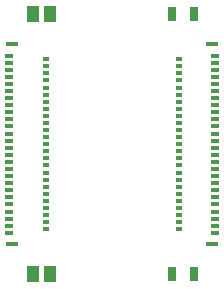
<source format=gtp>
G04*
G04 #@! TF.GenerationSoftware,Altium Limited,Altium Designer,25.8.1 (18)*
G04*
G04 Layer_Color=8421504*
%FSLAX44Y44*%
%MOMM*%
G71*
G04*
G04 #@! TF.SameCoordinates,EA15CCC8-5DA6-4286-B6DC-50CED7DD3932*
G04*
G04*
G04 #@! TF.FilePolarity,Positive*
G04*
G01*
G75*
%ADD14R,1.0000X0.3500*%
%ADD15R,0.5000X0.3000*%
%ADD16R,0.6700X0.3000*%
%ADD17R,0.7000X1.3000*%
%ADD18R,1.0000X1.3500*%
D14*
X65500Y65250D02*
D03*
Y234750D02*
D03*
X234500Y234750D02*
D03*
Y65250D02*
D03*
D15*
X93500Y78000D02*
D03*
Y84000D02*
D03*
Y90000D02*
D03*
Y96000D02*
D03*
Y102000D02*
D03*
Y108000D02*
D03*
Y114000D02*
D03*
Y120000D02*
D03*
Y126000D02*
D03*
Y132000D02*
D03*
Y138000D02*
D03*
Y144000D02*
D03*
Y150000D02*
D03*
Y156000D02*
D03*
Y162000D02*
D03*
Y168000D02*
D03*
Y174000D02*
D03*
Y180000D02*
D03*
Y186000D02*
D03*
Y192000D02*
D03*
Y198000D02*
D03*
Y204000D02*
D03*
Y210000D02*
D03*
Y216000D02*
D03*
Y222000D02*
D03*
X206500Y222000D02*
D03*
Y216000D02*
D03*
Y210000D02*
D03*
Y204000D02*
D03*
Y198000D02*
D03*
Y192000D02*
D03*
Y186000D02*
D03*
Y180000D02*
D03*
Y174000D02*
D03*
Y168000D02*
D03*
Y162000D02*
D03*
Y156000D02*
D03*
Y150000D02*
D03*
Y144000D02*
D03*
Y138000D02*
D03*
Y132000D02*
D03*
Y126000D02*
D03*
Y120000D02*
D03*
Y114000D02*
D03*
Y108000D02*
D03*
Y102000D02*
D03*
Y96000D02*
D03*
Y90000D02*
D03*
Y84000D02*
D03*
Y78000D02*
D03*
D16*
X62850Y75000D02*
D03*
Y81000D02*
D03*
Y87000D02*
D03*
Y93000D02*
D03*
Y99000D02*
D03*
Y105000D02*
D03*
Y111000D02*
D03*
Y117000D02*
D03*
Y123000D02*
D03*
Y129000D02*
D03*
Y135000D02*
D03*
Y141000D02*
D03*
Y147000D02*
D03*
Y153000D02*
D03*
Y159000D02*
D03*
Y165000D02*
D03*
Y171000D02*
D03*
Y177000D02*
D03*
Y183000D02*
D03*
Y189000D02*
D03*
Y195000D02*
D03*
Y201000D02*
D03*
Y207000D02*
D03*
Y213000D02*
D03*
Y219000D02*
D03*
Y225000D02*
D03*
X237150Y225000D02*
D03*
Y219000D02*
D03*
Y213000D02*
D03*
Y207000D02*
D03*
Y201000D02*
D03*
Y195000D02*
D03*
Y189000D02*
D03*
Y183000D02*
D03*
Y177000D02*
D03*
Y171000D02*
D03*
Y165000D02*
D03*
Y159000D02*
D03*
Y153000D02*
D03*
Y147000D02*
D03*
Y141000D02*
D03*
Y135000D02*
D03*
Y129000D02*
D03*
Y123000D02*
D03*
Y117000D02*
D03*
Y111000D02*
D03*
Y105000D02*
D03*
Y99000D02*
D03*
Y93000D02*
D03*
Y87000D02*
D03*
Y81000D02*
D03*
Y75000D02*
D03*
D17*
X219500Y260000D02*
D03*
X200500D02*
D03*
X219500Y40000D02*
D03*
X200500D02*
D03*
D18*
X97500Y260000D02*
D03*
X82500D02*
D03*
X97500Y40000D02*
D03*
X82500D02*
D03*
M02*

</source>
